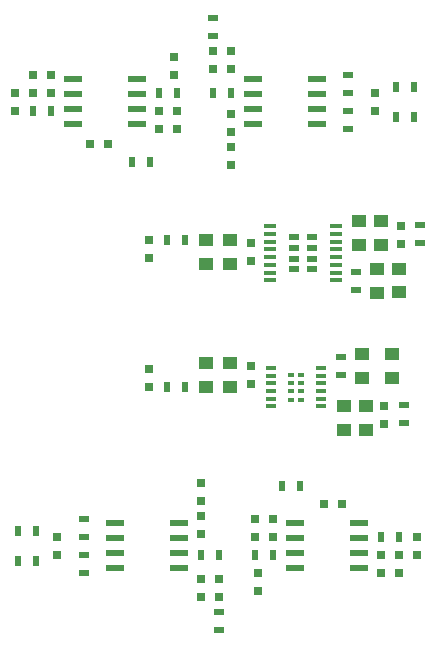
<source format=gbp>
G04 #@! TF.FileFunction,Paste,Bot*
%FSLAX46Y46*%
G04 Gerber Fmt 4.6, Leading zero omitted, Abs format (unit mm)*
G04 Created by KiCad (PCBNEW 4.0.7) date Fri Jun  8 12:20:10 2018*
%MOMM*%
%LPD*%
G01*
G04 APERTURE LIST*
%ADD10C,0.100000*%
%ADD11R,1.050000X0.450000*%
%ADD12R,0.882000X0.537000*%
%ADD13R,0.750000X0.800000*%
%ADD14R,1.250000X1.000000*%
%ADD15R,0.500000X0.900000*%
%ADD16R,0.900000X0.500000*%
%ADD17R,0.890000X0.420000*%
%ADD18R,0.495000X0.427500*%
%ADD19R,0.800000X0.750000*%
%ADD20R,1.550000X0.600000*%
G04 APERTURE END LIST*
D10*
D11*
X181613000Y-105555000D03*
X181613000Y-106205000D03*
X181613000Y-106855000D03*
X181613000Y-107505000D03*
X181613000Y-108155000D03*
X181613000Y-108805000D03*
X181613000Y-109455000D03*
X181613000Y-110105000D03*
X176063000Y-110105000D03*
X176063000Y-109455000D03*
X176063000Y-108805000D03*
X176063000Y-108155000D03*
X176063000Y-107505000D03*
X176063000Y-106855000D03*
X176063000Y-106205000D03*
X176063000Y-105555000D03*
D12*
X178103000Y-109172500D03*
X178103000Y-108277500D03*
X178103000Y-107382500D03*
X178103000Y-106487500D03*
X179573000Y-109172500D03*
X179573000Y-108277500D03*
X179573000Y-107382500D03*
X179573000Y-106487500D03*
D13*
X165794000Y-119156000D03*
X165794000Y-117656000D03*
X165794000Y-106734000D03*
X165794000Y-108234000D03*
X174430000Y-118902000D03*
X174430000Y-117402000D03*
X174430000Y-106988000D03*
X174430000Y-108488000D03*
D14*
X172652000Y-119152000D03*
X172652000Y-117152000D03*
X172652000Y-106738000D03*
X172652000Y-108738000D03*
X170620000Y-119152000D03*
X170620000Y-117152000D03*
X170620000Y-106738000D03*
X170620000Y-108738000D03*
X185088000Y-109155000D03*
X185088000Y-111155000D03*
X183828000Y-118390000D03*
X183828000Y-116390000D03*
X186963000Y-109130000D03*
X186963000Y-111130000D03*
X186368000Y-118390000D03*
X186368000Y-116390000D03*
D13*
X185713000Y-120780000D03*
X185713000Y-122280000D03*
X187113000Y-107005000D03*
X187113000Y-105505000D03*
D14*
X184138000Y-120780000D03*
X184138000Y-122780000D03*
X185438000Y-107130000D03*
X185438000Y-105130000D03*
X182338000Y-120780000D03*
X182338000Y-122780000D03*
X183563000Y-107130000D03*
X183563000Y-105130000D03*
D15*
X168830000Y-119168000D03*
X167330000Y-119168000D03*
X168830000Y-106722000D03*
X167330000Y-106722000D03*
D16*
X183288000Y-110930000D03*
X183288000Y-109430000D03*
X182050000Y-116640000D03*
X182050000Y-118140000D03*
X188713000Y-105455000D03*
X188713000Y-106955000D03*
X187388000Y-122155000D03*
X187388000Y-120655000D03*
D17*
X176135000Y-120793000D03*
X176135000Y-120143000D03*
X176135000Y-119493000D03*
X176135000Y-118843000D03*
X176135000Y-118193000D03*
X176135000Y-117543000D03*
X180345000Y-117543000D03*
X180345000Y-118193000D03*
X180345000Y-118843000D03*
X180345000Y-119493000D03*
X180345000Y-120143000D03*
X180345000Y-120793000D03*
D18*
X178652500Y-118099250D03*
X178652500Y-118811750D03*
X178652500Y-119524250D03*
X178652500Y-120236750D03*
X177827500Y-118099250D03*
X177827500Y-118811750D03*
X177827500Y-119524250D03*
X177827500Y-120236750D03*
D13*
X170180000Y-130060000D03*
X170180000Y-131560000D03*
X157988000Y-133338000D03*
X157988000Y-131838000D03*
X170180000Y-128766000D03*
X170180000Y-127266000D03*
D19*
X170192000Y-135382000D03*
X171692000Y-135382000D03*
X185432000Y-134874000D03*
X186932000Y-134874000D03*
D13*
X176276000Y-130314000D03*
X176276000Y-131814000D03*
X174752000Y-130314000D03*
X174752000Y-131814000D03*
D19*
X185432000Y-133350000D03*
X186932000Y-133350000D03*
X170192000Y-136906000D03*
X171692000Y-136906000D03*
D13*
X175006000Y-134886000D03*
X175006000Y-136386000D03*
D19*
X182106000Y-129032000D03*
X180606000Y-129032000D03*
D13*
X188468000Y-131838000D03*
X188468000Y-133338000D03*
D15*
X156198000Y-133858000D03*
X154698000Y-133858000D03*
X156198000Y-131318000D03*
X154698000Y-131318000D03*
D16*
X171704000Y-139688000D03*
X171704000Y-138188000D03*
X160274000Y-133362000D03*
X160274000Y-134862000D03*
D15*
X171692000Y-133350000D03*
X170192000Y-133350000D03*
X178550000Y-127508000D03*
X177050000Y-127508000D03*
X176264000Y-133350000D03*
X174764000Y-133350000D03*
X186932000Y-131826000D03*
X185432000Y-131826000D03*
D20*
X162908000Y-134493000D03*
X162908000Y-133223000D03*
X162908000Y-131953000D03*
X162908000Y-130683000D03*
X168308000Y-130683000D03*
X168308000Y-131953000D03*
X168308000Y-133223000D03*
X168308000Y-134493000D03*
X178148000Y-134493000D03*
X178148000Y-133223000D03*
X178148000Y-131953000D03*
X178148000Y-130683000D03*
X183548000Y-130683000D03*
X183548000Y-131953000D03*
X183548000Y-133223000D03*
X183548000Y-134493000D03*
D16*
X160274000Y-130314000D03*
X160274000Y-131814000D03*
D13*
X172720000Y-97524000D03*
X172720000Y-96024000D03*
X184912000Y-94246000D03*
X184912000Y-95746000D03*
X172720000Y-98818000D03*
X172720000Y-100318000D03*
D19*
X172708000Y-92202000D03*
X171208000Y-92202000D03*
X157468000Y-92710000D03*
X155968000Y-92710000D03*
D13*
X166624000Y-97270000D03*
X166624000Y-95770000D03*
X168148000Y-97270000D03*
X168148000Y-95770000D03*
D19*
X157468000Y-94234000D03*
X155968000Y-94234000D03*
X172708000Y-90678000D03*
X171208000Y-90678000D03*
D13*
X167894000Y-92698000D03*
X167894000Y-91198000D03*
D19*
X160794000Y-98552000D03*
X162294000Y-98552000D03*
D13*
X154432000Y-95746000D03*
X154432000Y-94246000D03*
D15*
X186702000Y-93726000D03*
X188202000Y-93726000D03*
X186702000Y-96266000D03*
X188202000Y-96266000D03*
D16*
X171196000Y-87896000D03*
X171196000Y-89396000D03*
X182626000Y-94222000D03*
X182626000Y-92722000D03*
D15*
X171208000Y-94234000D03*
X172708000Y-94234000D03*
X164350000Y-100076000D03*
X165850000Y-100076000D03*
X166636000Y-94234000D03*
X168136000Y-94234000D03*
X155968000Y-95758000D03*
X157468000Y-95758000D03*
D20*
X179992000Y-93091000D03*
X179992000Y-94361000D03*
X179992000Y-95631000D03*
X179992000Y-96901000D03*
X174592000Y-96901000D03*
X174592000Y-95631000D03*
X174592000Y-94361000D03*
X174592000Y-93091000D03*
X164752000Y-93091000D03*
X164752000Y-94361000D03*
X164752000Y-95631000D03*
X164752000Y-96901000D03*
X159352000Y-96901000D03*
X159352000Y-95631000D03*
X159352000Y-94361000D03*
X159352000Y-93091000D03*
D16*
X182626000Y-97270000D03*
X182626000Y-95770000D03*
M02*

</source>
